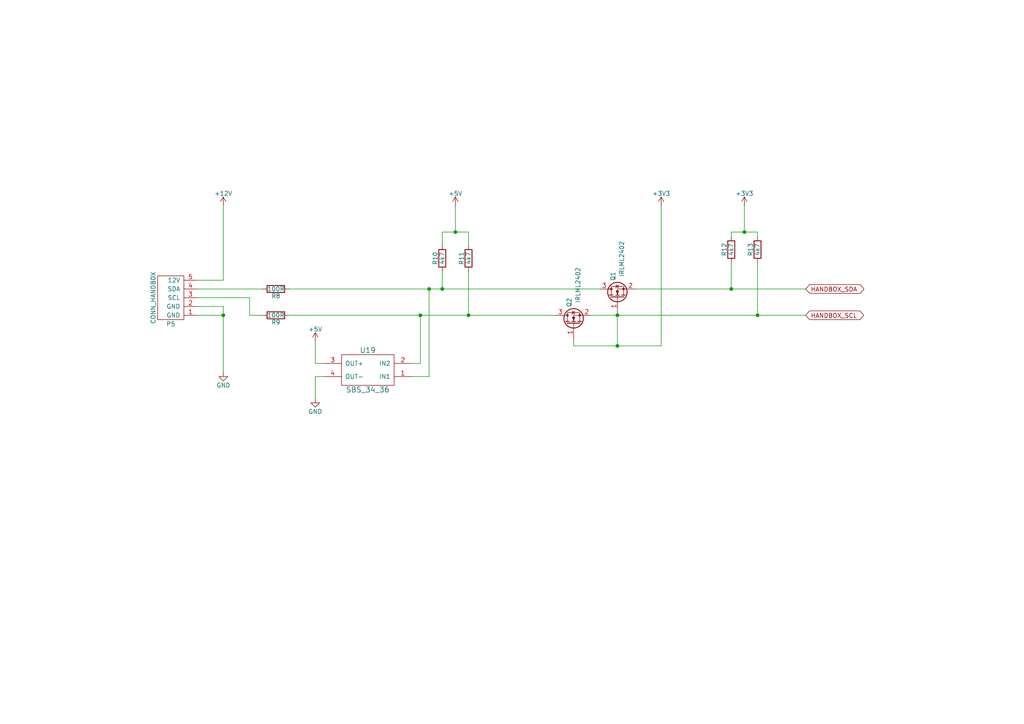
<source format=kicad_sch>
(kicad_sch (version 20231120) (generator "eeschema") (generator_version "8.0")
  (paper "A4")
  (lib_symbols
    (symbol "ATSAME70:+3.3V" (power) (pin_numbers hide) (pin_names (offset 0) hide)
      (property "Value" "+3.3V" (at 0 3.556 0))
      (symbol "+3.3V_0_1"
        (polyline (pts (xy -0.762 1.27) (xy 0 2.54)))
        (polyline (pts (xy 0 0) (xy 0 2.54)))
        (polyline (pts (xy 0 2.54) (xy 0.762 1.27)))
      )
      (symbol "+3.3V_1_1"
        (pin power_in line (at 0 0 90) (length 0) (name "~") (number "1"))
      )
    )
    (symbol "ATSAME70:+5V" (power) (pin_numbers hide) (pin_names (offset 0) hide)
      (property "Value" "+5V" (at 0 3.556 0))
      (symbol "+5V_0_1"
        (polyline (pts (xy -0.762 1.27) (xy 0 2.54)))
        (polyline (pts (xy 0 0) (xy 0 2.54)))
        (polyline (pts (xy 0 2.54) (xy 0.762 1.27)))
      )
      (symbol "+5V_1_1"
        (pin power_in line (at 0 0 90) (length 0) (name "~") (number "1"))
      )
    )
    (symbol "ATSAME70:CONN_HANDBOX" (pin_names (offset 1.016))
      (property "Reference" "P" (at 0 -7.62 0))
      (property "Value" "CONN_HANDBOX" (at -5.08 0 90))
      (symbol "CONN_HANDBOX_0_1"
        (rectangle (start -3.81 6.35) (end 3.81 -6.35))
      )
      (symbol "CONN_HANDBOX_1_1"
        (pin power_in line (at 7.62 -5.08 180) (length 3.81) (name "GND") (number "1"))
        (pin power_in line (at 7.62 -2.54 180) (length 3.81) (name "GND") (number "2"))
        (pin bidirectional line (at 7.62 0 180) (length 3.81) (name "SCL") (number "3"))
        (pin bidirectional line (at 7.62 2.54 180) (length 3.81) (name "SDA") (number "4"))
        (pin power_in line (at 7.62 5.08 180) (length 3.81) (name "12V") (number "5"))
      )
    )
    (symbol "ATSAME70:GND" (power) (pin_numbers hide) (pin_names (offset 0) hide)
      (property "Value" "GND" (at 0 -3.81 0))
      (symbol "GND_0_1"
        (polyline (pts (xy 0 0) (xy 0 -1.27) (xy 1.27 -1.27) (xy 0 -2.54) (xy -1.27 -1.27) (xy 0 -1.27)))
      )
      (symbol "GND_1_1"
        (pin power_in line (at 0 0 270) (length 0) (name "~") (number "1"))
      )
    )
    (symbol "ATSAME70:R" (pin_numbers hide) (pin_names (offset 0))
      (property "Reference" "R" (at 2.032 0 90))
      (property "Value" "100k" (at 0 0 90))
      (symbol "R_0_1"
        (rectangle (start -1.016 -2.54) (end 1.016 2.54) (stroke (width 0.254)))
      )
      (symbol "R_1_1"
        (pin passive line (at 0 3.81 270) (length 1.27) (name "~") (number "1"))
        (pin passive line (at 0 -3.81 90) (length 1.27) (name "~") (number "2"))
      )
    )
    (symbol "TEST4-rescue:+12V" (power) (pin_names (offset 0))
      (property "Value" "+12V" (at 0 3.556 0))
      (symbol "+12V_0_1"
        (polyline (pts (xy -0.762 1.27) (xy 0 2.54)))
        (polyline (pts (xy 0 0) (xy 0 2.54)))
        (polyline (pts (xy 0 2.54) (xy 0.762 1.27)))
      )
      (symbol "+12V_1_1"
        (pin power_in line (at 0 0 90) (length 0) hide (name "+12V") (number "1"))
      )
    )
    (symbol "TEST4-rescue:Q_NMOS_GSD" (pin_names (offset 0) hide)
      (property "Reference" "Q" (at 5.08 1.27 0))
      (property "Value" "Q_NMOS_GSD" (at 5.08 -1.27 0))
      (symbol "Q_NMOS_GSD_0_1"
        (polyline (pts (xy 0.762 -1.778) (xy 2.54 -1.778)))
        (polyline (pts (xy 0.762 -1.27) (xy 0.762 -2.286)) (stroke (width 0.254)))
        (polyline (pts (xy 0.762 0) (xy 2.54 0)))
        (polyline (pts (xy 0.762 0.508) (xy 0.762 -0.508)) (stroke (width 0.254)))
        (polyline (pts (xy 0.762 1.778) (xy 2.54 1.778)))
        (polyline (pts (xy 0.762 2.286) (xy 0.762 1.27)) (stroke (width 0.254)))
        (polyline (pts (xy 2.54 -1.778) (xy 2.54 -2.54)))
        (polyline (pts (xy 2.54 -1.778) (xy 2.54 0)))
        (polyline (pts (xy 2.54 2.54) (xy 2.54 1.778)))
        (polyline (pts (xy 0.254 1.905) (xy 0.254 -1.905) (xy 0.254 -1.905)) (stroke (width 0.254)))
        (polyline (pts (xy 1.016 0) (xy 2.032 0.381) (xy 2.032 -0.381) (xy 1.016 0)) (fill (type outline)))
        (polyline (pts (xy 2.54 -1.778) (xy 3.302 -1.778) (xy 3.302 1.778) (xy 2.54 1.778)))
        (polyline (pts (xy 2.794 0.508) (xy 2.921 0.381) (xy 3.683 0.381) (xy 3.81 0.254)))
        (polyline (pts (xy 3.302 0.381) (xy 2.921 -0.254) (xy 3.683 -0.254) (xy 3.302 0.381)))
        (circle (center 1.651 0) (radius 2.8194) (stroke (width 0.254)))
        (circle (center 2.54 -1.778) (radius 0.2794) (fill (type outline)))
        (circle (center 2.54 1.778) (radius 0.2794) (fill (type outline)))
      )
      (symbol "Q_NMOS_GSD_1_1"
        (pin input line (at -5.08 0 0) (length 5.334) (name "G") (number "1"))
        (pin passive line (at 2.54 -5.08 90) (length 2.54) (name "S") (number "2"))
        (pin passive line (at 2.54 5.08 270) (length 2.54) (name "D") (number "3"))
      )
    )
    (symbol "TEST4-rescue:SBS_34_36" (pin_names (offset 1.016))
      (property "Reference" "U" (at 0 -2.54 0))
      (property "Value" "SBS_34_36" (at 0 8.89 0))
      (symbol "SBS_34_36_0_1"
        (rectangle (start -7.62 7.62) (end 7.62 -1.27))
      )
      (symbol "SBS_34_36_1_1"
        (pin input line (at -12.7 5.08 0) (length 5.08) (name "IN1") (number "1"))
        (pin input line (at -12.7 1.27 0) (length 5.08) (name "IN2") (number "2"))
        (pin input line (at 12.7 1.27 180) (length 5.08) (name "OUT+") (number "3"))
        (pin input line (at 12.7 5.08 180) (length 5.08) (name "OUT-") (number "4"))
      )
    )
  )
  (junction (at 212.09 83.82))
  (junction (at 121.92 91.44))
  (junction (at 215.9 67.31))
  (junction (at 179.07 91.44))
  (junction (at 128.27 83.82))
  (junction (at 135.89 91.44))
  (junction (at 219.71 91.44))
  (junction (at 132.08 67.31))
  (junction (at 124.46 83.82))
  (junction (at 64.77 91.44))
  (junction (at 179.07 100.33))
  (wire (pts (xy 64.77 59.69) (xy 64.77 81.28)))
  (wire (pts (xy 121.92 105.41) (xy 121.92 91.44)))
  (wire (pts (xy 132.08 59.69) (xy 132.08 67.31)))
  (wire (pts (xy 191.77 100.33) (xy 191.77 59.69)))
  (wire (pts (xy 212.09 67.31) (xy 212.09 68.58)))
  (wire (pts (xy 124.46 83.82) (xy 128.27 83.82)))
  (wire (pts (xy 171.45 91.44) (xy 179.07 91.44)))
  (wire (pts (xy 135.89 91.44) (xy 135.89 78.74)))
  (wire (pts (xy 119.38 105.41) (xy 121.92 105.41)))
  (wire (pts (xy 76.2 91.44) (xy 72.39 91.44)))
  (wire (pts (xy 72.39 86.36) (xy 57.15 86.36)))
  (wire (pts (xy 219.71 76.2) (xy 219.71 91.44)))
  (wire (pts (xy 128.27 67.31) (xy 128.27 71.12)))
  (wire (pts (xy 72.39 91.44) (xy 72.39 86.36)))
  (wire (pts (xy 128.27 67.31) (xy 132.08 67.31)))
  (wire (pts (xy 212.09 83.82) (xy 233.68 83.82)))
  (wire (pts (xy 83.82 83.82) (xy 124.46 83.82)))
  (wire (pts (xy 166.37 100.33) (xy 179.07 100.33)))
  (wire (pts (xy 64.77 88.9) (xy 64.77 91.44)))
  (wire (pts (xy 132.08 67.31) (xy 135.89 67.31)))
  (wire (pts (xy 135.89 67.31) (xy 135.89 71.12)))
  (wire (pts (xy 215.9 67.31) (xy 219.71 67.31)))
  (wire (pts (xy 57.15 91.44) (xy 64.77 91.44)))
  (wire (pts (xy 64.77 88.9) (xy 57.15 88.9)))
  (wire (pts (xy 219.71 91.44) (xy 233.68 91.44)))
  (wire (pts (xy 166.37 100.33) (xy 166.37 99.06)))
  (wire (pts (xy 91.44 105.41) (xy 93.98 105.41)))
  (wire (pts (xy 184.15 83.82) (xy 212.09 83.82)))
  (wire (pts (xy 91.44 99.06) (xy 91.44 105.41)))
  (wire (pts (xy 64.77 81.28) (xy 57.15 81.28)))
  (wire (pts (xy 179.07 91.44) (xy 179.07 100.33)))
  (wire (pts (xy 212.09 67.31) (xy 215.9 67.31)))
  (wire (pts (xy 91.44 109.22) (xy 91.44 115.57)))
  (wire (pts (xy 124.46 109.22) (xy 124.46 83.82)))
  (wire (pts (xy 64.77 91.44) (xy 64.77 107.95)))
  (wire (pts (xy 128.27 83.82) (xy 173.99 83.82)))
  (wire (pts (xy 119.38 109.22) (xy 124.46 109.22)))
  (wire (pts (xy 179.07 91.44) (xy 219.71 91.44)))
  (wire (pts (xy 215.9 59.69) (xy 215.9 67.31)))
  (wire (pts (xy 128.27 83.82) (xy 128.27 78.74)))
  (wire (pts (xy 212.09 76.2) (xy 212.09 83.82)))
  (wire (pts (xy 83.82 91.44) (xy 121.92 91.44)))
  (wire (pts (xy 135.89 91.44) (xy 161.29 91.44)))
  (wire (pts (xy 93.98 109.22) (xy 91.44 109.22)))
  (wire (pts (xy 219.71 67.31) (xy 219.71 68.58)))
  (wire (pts (xy 57.15 83.82) (xy 76.2 83.82)))
  (wire (pts (xy 121.92 91.44) (xy 135.89 91.44)))
  (wire (pts (xy 179.07 100.33) (xy 191.77 100.33)))
  (global_label "HANDBOX_SDA" (shape bidirectional) (at 233.68 83.82 0) (property "Intersheetrefs" "${INTERSHEET_REFS}" (effects (hide yes))))
  (global_label "HANDBOX_SCL" (shape bidirectional) (at 233.68 91.44 0) (property "Intersheetrefs" "${INTERSHEET_REFS}" (effects (hide yes))))
  (symbol (lib_id "ATSAME70:GND") (at 64.77 107.95 0) (unit 1)
    (property "Reference" "#PWR064" (effects (hide yes)))
    (property "Value" "GND" (at 64.77 111.76 0))
    (property "Description" "Power symbol creates a global label with name \"GND\" , ground" (effects (hide yes)))
    (instances (project "TEST4" (path "" (reference "#PWR064") (unit 1))) (project "" (path "" (reference "#PWR57") (unit 1))))
  )
  (symbol (lib_id "TEST4-rescue:+12V") (at 64.77 59.69 0) (unit 1)
    (property "Reference" "#PWR065" (effects (hide yes)))
    (property "Value" "+12V" (at 64.77 56.134 0))
    (instances (project "TEST4" (path "" (reference "#PWR065") (unit 1))) (project "" (path "" (reference "#PWR56") (unit 1))))
  )
  (symbol (lib_id "ATSAME70:R") (at 80.01 91.44 270) (unit 1)
    (property "Reference" "R9" (at 80.01 93.472 90))
    (property "Value" "100R" (at 80.01 91.44 90))
    (property "Footprint" "mylib:R_1206" (effects (hide yes)))
    (property "Description" "Resistor" (effects (hide yes)))
    (instances (project "TEST4" (path "" (reference "R9") (unit 1))) (project "ControllerBoard" (path "" (reference "R41") (unit 1))))
  )
  (symbol (lib_id "ATSAME70:R") (at 80.01 83.82 270) (unit 1)
    (property "Reference" "R8" (at 80.01 85.852 90))
    (property "Value" "100R" (at 80.01 83.82 90))
    (property "Footprint" "mylib:R_1206" (effects (hide yes)))
    (property "Description" "Resistor" (effects (hide yes)))
    (instances (project "TEST4" (path "" (reference "R8") (unit 1))) (project "ControllerBoard" (path "" (reference "R40") (unit 1))))
  )
  (symbol (lib_id "ATSAME70:+5V") (at 91.44 99.06 0) (unit 1)
    (property "Reference" "#PWR066" (effects (hide yes)))
    (property "Value" "+5V" (at 91.44 95.504 0))
    (property "Description" "Power symbol creates a global label with name \"+5V\"" (effects (hide yes)))
    (instances (project "TEST4" (path "" (reference "#PWR066") (unit 1))) (project "" (path "" (reference "#PWR58") (unit 1))))
  )
  (symbol (lib_id "ATSAME70:GND") (at 91.44 115.57 0) (unit 1)
    (property "Reference" "#PWR067" (effects (hide yes)))
    (property "Value" "GND" (at 91.44 119.38 0))
    (property "Description" "Power symbol creates a global label with name \"GND\" , ground" (effects (hide yes)))
    (instances (project "TEST4" (path "" (reference "#PWR067") (unit 1))) (project "" (path "" (reference "#PWR59") (unit 1))))
  )
  (symbol (lib_id "ATSAME70:R") (at 135.89 74.93 180) (unit 1)
    (property "Reference" "R11" (at 133.858 74.93 90))
    (property "Value" "4k7" (at 135.89 74.93 90))
    (property "Footprint" "mylib:R_1206" (effects (hide yes)))
    (property "Description" "Resistor" (effects (hide yes)))
    (instances (project "TEST4" (path "" (reference "R11") (unit 1))) (project "ControllerBoard" (path "" (reference "R43") (unit 1))))
  )
  (symbol (lib_id "ATSAME70:R") (at 128.27 74.93 180) (unit 1)
    (property "Reference" "R10" (at 126.238 74.93 90))
    (property "Value" "4k7" (at 128.27 74.93 90))
    (property "Footprint" "mylib:R_1206" (effects (hide yes)))
    (property "Description" "Resistor" (effects (hide yes)))
    (instances (project "TEST4" (path "" (reference "R10") (unit 1))) (project "ControllerBoard" (path "" (reference "R42") (unit 1))))
  )
  (symbol (lib_id "ATSAME70:+5V") (at 132.08 59.69 0) (unit 1)
    (property "Reference" "#PWR068" (effects (hide yes)))
    (property "Value" "+5V" (at 132.08 56.134 0))
    (property "Description" "Power symbol creates a global label with name \"+5V\"" (effects (hide yes)))
    (instances (project "TEST4" (path "" (reference "#PWR068") (unit 1))) (project "" (path "" (reference "#PWR60") (unit 1))))
  )
  (symbol (lib_id "ATSAME70:R") (at 219.71 72.39 180) (unit 1)
    (property "Reference" "R13" (at 217.678 72.39 90))
    (property "Value" "4k7" (at 219.71 72.39 90))
    (property "Footprint" "mylib:R_1206" (effects (hide yes)))
    (property "Description" "Resistor" (effects (hide yes)))
    (instances (project "TEST4" (path "" (reference "R13") (unit 1))) (project "ControllerBoard" (path "" (reference "R45") (unit 1))))
  )
  (symbol (lib_id "ATSAME70:R") (at 212.09 72.39 180) (unit 1)
    (property "Reference" "R12" (at 210.058 72.39 90))
    (property "Value" "4k7" (at 212.09 72.39 90))
    (property "Footprint" "mylib:R_1206" (effects (hide yes)))
    (property "Description" "Resistor" (effects (hide yes)))
    (instances (project "TEST4" (path "" (reference "R12") (unit 1))) (project "ControllerBoard" (path "" (reference "R44") (unit 1))))
  )
  (symbol (lib_id "ATSAME70:+3.3V") (at 215.9 59.69 0) (unit 1)
    (property "Reference" "#PWR070" (effects (hide yes)))
    (property "Value" "+3V3" (at 215.9 56.134 0))
    (property "Description" "Power symbol creates a global label with name \"+3.3V\"" (effects (hide yes)))
    (instances (project "TEST4" (path "" (reference "#PWR070") (unit 1))) (project "" (path "" (reference "#PWR62") (unit 1))))
  )
  (symbol (lib_id "TEST4-rescue:Q_NMOS_GSD") (at 179.07 86.36 90) (unit 1)
    (property "Reference" "Q1" (at 177.8 78.74 0) (effects (justify right)))
    (property "Value" "IRLML2402" (at 180.34 69.85 0) (effects (justify right)))
    (property "Footprint" "mylib:SOT-23" (effects (hide yes)))
    (instances (project "TEST4" (path "" (reference "Q1") (unit 1))) (project "ControllerBoard" (path "" (reference "Q5") (unit 1))))
  )
  (symbol (lib_id "TEST4-rescue:Q_NMOS_GSD") (at 166.37 93.98 90) (unit 1)
    (property "Reference" "Q2" (at 165.1 86.36 0) (effects (justify right)))
    (property "Value" "IRLML2402" (at 167.64 77.47 0) (effects (justify right)))
    (property "Footprint" "mylib:SOT-23" (effects (hide yes)))
    (instances (project "TEST4" (path "" (reference "Q2") (unit 1))) (project "ControllerBoard" (path "" (reference "Q4") (unit 1))))
  )
  (symbol (lib_id "ATSAME70:+3.3V") (at 191.77 59.69 0) (unit 1)
    (property "Reference" "#PWR069" (effects (hide yes)))
    (property "Value" "+3V3" (at 191.77 56.134 0))
    (property "Description" "Power symbol creates a global label with name \"+3.3V\"" (effects (hide yes)))
    (instances (project "TEST4" (path "" (reference "#PWR069") (unit 1))) (project "" (path "" (reference "#PWR61") (unit 1))))
  )
  (symbol (lib_id "ATSAME70:CONN_HANDBOX") (at 49.53 86.36 0) (unit 1)
    (property "Reference" "P5" (at 49.53 93.98 0))
    (property "Value" "CONN_HANDBOX" (at 44.45 86.36 90))
    (property "Footprint" "mylib:Pin_Header_Straight_LForm_1x05" (effects (hide yes)))
    (instances (project "TEST4" (path "" (reference "P5") (unit 1))) (project "ControllerBoard" (path "" (reference "P8") (unit 1))))
  )
  (symbol (lib_id "TEST4-rescue:SBS_34_36") (at 106.68 104.14 180) (unit 1)
    (property "Reference" "U19" (at 106.68 101.6 0) (effects (font (size 1.524 1.524))))
    (property "Value" "SBS_34_36" (at 106.68 113.03 0) (effects (font (size 1.524 1.524))))
    (property "Footprint" "mylib:SBS_34_36" (effects (hide yes)))
    (instances (project "TEST4" (path "" (reference "U19") (unit 1))) (project "ControllerBoard" (path "" (reference "U6") (unit 1))))
  )
)
</source>
